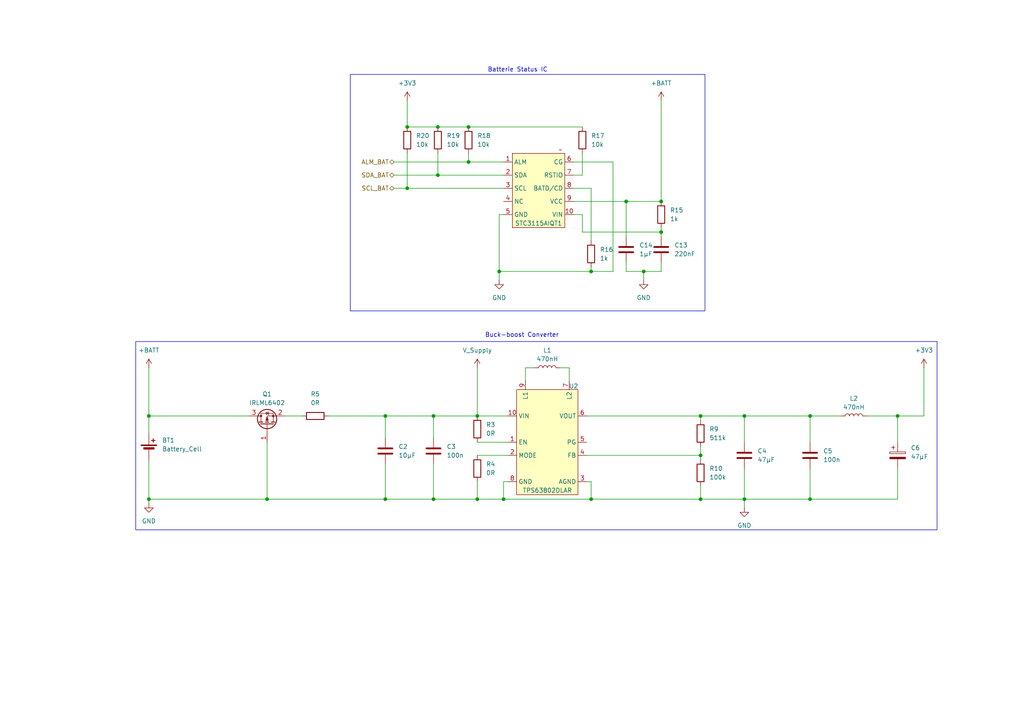
<source format=kicad_sch>
(kicad_sch (version 20231120) (generator "eeschema") (generator_version "8.0")
  (paper "A4")
  (lib_symbols
    (symbol "Battery Gauge:STC3115AIQT"
      (property "Reference" "STC3115AIQT" (at 0 -10.16 0))
      (property "Value" "~" (at 6.35 11.176 0))
      (property "Description" "STC3115AIQT" (at 0.254 -15.494 0))
      (symbol "STC3115AIQT_1_1"
        (rectangle (start -7.62 10.16) (end 7.62 -11.43) (fill (type background)))
        (pin output line (at -10.16 7.62 0) (length 2.54) (name "ALM") (number "1"))
        (pin input line (at 10.16 -7.62 180) (length 2.54) (name "VIN") (number "10"))
        (pin bidirectional line (at -10.16 3.81 0) (length 2.54) (name "SDA") (number "2"))
        (pin bidirectional line (at -10.16 0 0) (length 2.54) (name "SCL") (number "3"))
        (pin input line (at -10.16 -3.81 0) (length 2.54) (name "NC") (number "4"))
        (pin power_in line (at -10.16 -7.62 0) (length 2.54) (name "GND") (number "5"))
        (pin input line (at 10.16 7.62 180) (length 2.54) (name "CG") (number "6"))
        (pin bidirectional line (at 10.16 3.81 180) (length 2.54) (name "RSTIO") (number "7"))
        (pin bidirectional line (at 10.16 0 180) (length 2.54) (name "BATD/CD") (number "8"))
        (pin power_in line (at 10.16 -3.81 180) (length 2.54) (name "VCC") (number "9"))
      )
    )
    (symbol "Buck-boost Converter:TPS63802DLAR"
      (property "Reference" "U" (at 2.54 12.7 0))
      (property "Value" "TPS63802DLAR" (at 0 -20.574 0))
      (symbol "TPS63802DLAR_0_1"
        (rectangle (start -6.35 -15.24) (end -6.35 -15.24))
      )
      (symbol "TPS63802DLAR_1_1"
        (rectangle (start -8.89 11.43) (end 8.89 -19.05) (fill (type background)))
        (pin input line (at -11.43 -3.81 0) (length 2.54) (name "EN") (number "1"))
        (pin power_in line (at -11.43 3.81 0) (length 2.54) (name "VIN") (number "10"))
        (pin input line (at -11.43 -7.62 0) (length 2.54) (name "MODE") (number "2"))
        (pin power_in line (at 11.43 -15.24 180) (length 2.54) (name "AGND") (number "3"))
        (pin input line (at 11.43 -7.62 180) (length 2.54) (name "FB") (number "4"))
        (pin output line (at 11.43 -3.81 180) (length 2.54) (name "PG") (number "5"))
        (pin output line (at 11.43 3.81 180) (length 2.54) (name "VOUT") (number "6"))
        (pin bidirectional line (at 6.35 13.97 270) (length 2.54) (name "L2") (number "7"))
        (pin power_in line (at -11.43 -15.24 0) (length 2.54) (name "GND") (number "8"))
        (pin bidirectional line (at -6.35 13.97 270) (length 2.54) (name "L1") (number "9"))
      )
    )
    (symbol "Device:Battery_Cell" (pin_numbers hide) (pin_names (offset 0) hide)
      (property "Reference" "BT" (at 2.54 2.54 0))
      (property "Value" "Battery_Cell" (at 2.54 0 0))
      (symbol "Battery_Cell_0_1"
        (rectangle (start -2.286 1.778) (end 2.286 1.524) (fill (type outline)))
        (rectangle (start -1.524 1.016) (end 1.524 0.508) (fill (type outline)))
        (polyline (pts (xy 0 0.762) (xy 0 0)))
        (polyline (pts (xy 0 1.778) (xy 0 2.54)))
        (polyline (pts (xy 0.762 3.048) (xy 1.778 3.048)) (stroke (width 0.254)))
        (polyline (pts (xy 1.27 3.556) (xy 1.27 2.54)) (stroke (width 0.254)))
      )
      (symbol "Battery_Cell_1_1"
        (pin passive line (at 0 5.08 270) (length 2.54) (name "+") (number "1"))
        (pin passive line (at 0 -2.54 90) (length 2.54) (name "-") (number "2"))
      )
    )
    (symbol "Device:C" (pin_numbers hide) (pin_names (offset 0.254))
      (property "Reference" "C" (at 0.635 2.54 0))
      (property "Value" "C" (at 0.635 -2.54 0))
      (symbol "C_0_1"
        (polyline (pts (xy -2.032 -0.762) (xy 2.032 -0.762)) (stroke (width 0.508)))
        (polyline (pts (xy -2.032 0.762) (xy 2.032 0.762)) (stroke (width 0.508)))
      )
      (symbol "C_1_1"
        (pin passive line (at 0 3.81 270) (length 2.794) (name "~") (number "1"))
        (pin passive line (at 0 -3.81 90) (length 2.794) (name "~") (number "2"))
      )
    )
    (symbol "Device:C_Polarized" (pin_numbers hide) (pin_names (offset 0.254))
      (property "Reference" "C" (at 0.635 2.54 0))
      (property "Value" "C_Polarized" (at 0.635 -2.54 0))
      (symbol "C_Polarized_0_1"
        (rectangle (start -2.286 0.508) (end 2.286 1.016))
        (polyline (pts (xy -1.778 2.286) (xy -0.762 2.286)))
        (polyline (pts (xy -1.27 2.794) (xy -1.27 1.778)))
        (rectangle (start 2.286 -0.508) (end -2.286 -1.016) (fill (type outline)))
      )
      (symbol "C_Polarized_1_1"
        (pin passive line (at 0 3.81 270) (length 2.794) (name "~") (number "1"))
        (pin passive line (at 0 -3.81 90) (length 2.794) (name "~") (number "2"))
      )
    )
    (symbol "Device:L" (pin_numbers hide) (pin_names (offset 1.016) hide)
      (property "Reference" "L" (at -1.27 0 90))
      (property "Value" "L" (at 1.905 0 90))
      (symbol "L_0_1"
        (arc (start 0 -2.54) (mid 0.6323 -1.905) (end 0 -1.27))
        (arc (start 0 -1.27) (mid 0.6323 -0.635) (end 0 0))
        (arc (start 0 0) (mid 0.6323 0.635) (end 0 1.27))
        (arc (start 0 1.27) (mid 0.6323 1.905) (end 0 2.54))
      )
      (symbol "L_1_1"
        (pin passive line (at 0 3.81 270) (length 1.27) (name "1") (number "1"))
        (pin passive line (at 0 -3.81 90) (length 1.27) (name "2") (number "2"))
      )
    )
    (symbol "Device:R" (pin_numbers hide) (pin_names (offset 0))
      (property "Reference" "R" (at 2.032 0 90))
      (property "Value" "R" (at 0 0 90))
      (symbol "R_0_1"
        (rectangle (start -1.016 -2.54) (end 1.016 2.54) (stroke (width 0.254)))
      )
      (symbol "R_1_1"
        (pin passive line (at 0 3.81 270) (length 1.27) (name "~") (number "1"))
        (pin passive line (at 0 -3.81 90) (length 1.27) (name "~") (number "2"))
      )
    )
    (symbol "Transistor_FET:IRLML6402" (pin_names hide)
      (property "Reference" "Q" (at 5.08 1.905 0))
      (property "Value" "IRLML6402" (at 5.08 0 0))
      (symbol "IRLML6402_0_1"
        (polyline (pts (xy 0.254 0) (xy -2.54 0)))
        (polyline (pts (xy 0.254 1.905) (xy 0.254 -1.905)) (stroke (width 0.254)))
        (polyline (pts (xy 0.762 -1.27) (xy 0.762 -2.286)) (stroke (width 0.254)))
        (polyline (pts (xy 0.762 0.508) (xy 0.762 -0.508)) (stroke (width 0.254)))
        (polyline (pts (xy 0.762 2.286) (xy 0.762 1.27)) (stroke (width 0.254)))
        (polyline (pts (xy 2.54 2.54) (xy 2.54 1.778)))
        (polyline (pts (xy 2.54 -2.54) (xy 2.54 0) (xy 0.762 0)))
        (polyline (pts (xy 0.762 1.778) (xy 3.302 1.778) (xy 3.302 -1.778) (xy 0.762 -1.778)))
        (polyline (pts (xy 2.286 0) (xy 1.27 0.381) (xy 1.27 -0.381) (xy 2.286 0)) (fill (type outline)))
        (polyline (pts (xy 2.794 -0.508) (xy 2.921 -0.381) (xy 3.683 -0.381) (xy 3.81 -0.254)))
        (polyline (pts (xy 3.302 -0.381) (xy 2.921 0.254) (xy 3.683 0.254) (xy 3.302 -0.381)))
        (circle (center 1.651 0) (radius 2.794) (stroke (width 0.254)))
        (circle (center 2.54 -1.778) (radius 0.254) (fill (type outline)))
        (circle (center 2.54 1.778) (radius 0.254) (fill (type outline)))
      )
      (symbol "IRLML6402_1_1"
        (pin input line (at -5.08 0 0) (length 2.54) (name "G") (number "1"))
        (pin passive line (at 2.54 -5.08 90) (length 2.54) (name "S") (number "2"))
        (pin passive line (at 2.54 5.08 270) (length 2.54) (name "D") (number "3"))
      )
    )
    (symbol "power:+3V3" (power) (pin_numbers hide) (pin_names (offset 0) hide)
      (property "Value" "+3V3" (at 0 3.556 0))
      (symbol "+3V3_0_1"
        (polyline (pts (xy -0.762 1.27) (xy 0 2.54)))
        (polyline (pts (xy 0 0) (xy 0 2.54)))
        (polyline (pts (xy 0 2.54) (xy 0.762 1.27)))
      )
      (symbol "+3V3_1_1"
        (pin power_in line (at 0 0 90) (length 0) (name "~") (number "1"))
      )
    )
    (symbol "power:+BATT" (power) (pin_numbers hide) (pin_names (offset 0) hide)
      (property "Value" "+BATT" (at 0 3.556 0))
      (symbol "+BATT_0_1"
        (polyline (pts (xy -0.762 1.27) (xy 0 2.54)))
        (polyline (pts (xy 0 0) (xy 0 2.54)))
        (polyline (pts (xy 0 2.54) (xy 0.762 1.27)))
      )
      (symbol "+BATT_1_1"
        (pin power_in line (at 0 0 90) (length 0) (name "~") (number "1"))
      )
    )
    (symbol "power:GND" (power) (pin_numbers hide) (pin_names (offset 0) hide)
      (property "Value" "GND" (at 0 -3.81 0))
      (symbol "GND_0_1"
        (polyline (pts (xy 0 0) (xy 0 -1.27) (xy 1.27 -1.27) (xy 0 -2.54) (xy -1.27 -1.27) (xy 0 -1.27)))
      )
      (symbol "GND_1_1"
        (pin power_in line (at 0 0 270) (length 0) (name "~") (number "1"))
      )
    )
    (symbol "power:VDC" (power) (pin_numbers hide) (pin_names (offset 0) hide)
      (property "Value" "VDC" (at 0 3.556 0))
      (symbol "VDC_0_1"
        (polyline (pts (xy -0.762 1.27) (xy 0 2.54)))
        (polyline (pts (xy 0 0) (xy 0 2.54)))
        (polyline (pts (xy 0 2.54) (xy 0.762 1.27)))
      )
      (symbol "VDC_1_1"
        (pin power_in line (at 0 0 90) (length 0) (name "~") (number "1"))
      )
    )
  )
  (junction (at 181.61 58.42))
  (junction (at 43.18 120.65))
  (junction (at 203.2 120.65))
  (junction (at 138.43 120.65))
  (junction (at 186.69 78.74))
  (junction (at 111.76 120.65))
  (junction (at 171.45 78.74))
  (junction (at 127 36.83))
  (junction (at 118.11 54.61))
  (junction (at 191.77 58.42))
  (junction (at 127 50.8))
  (junction (at 118.11 36.83))
  (junction (at 171.45 144.78))
  (junction (at 203.2 132.08))
  (junction (at 135.89 46.99))
  (junction (at 234.95 120.65))
  (junction (at 146.05 144.78))
  (junction (at 43.18 144.78))
  (junction (at 125.73 120.65))
  (junction (at 203.2 144.78))
  (junction (at 191.77 67.31))
  (junction (at 144.78 78.74))
  (junction (at 234.95 144.78))
  (junction (at 260.35 120.65))
  (junction (at 215.9 120.65))
  (junction (at 135.89 36.83))
  (junction (at 111.76 144.78))
  (junction (at 215.9 144.78))
  (junction (at 125.73 144.78))
  (junction (at 77.47 144.78))
  (junction (at 138.43 144.78))
  (wire (pts (xy 203.2 120.65) (xy 215.9 120.65)))
  (wire (pts (xy 125.73 144.78) (xy 111.76 144.78)))
  (wire (pts (xy 125.73 120.65) (xy 125.73 127)))
  (wire (pts (xy 215.9 144.78) (xy 234.95 144.78)))
  (wire (pts (xy 234.95 144.78) (xy 260.35 144.78)))
  (wire (pts (xy 251.46 120.65) (xy 260.35 120.65)))
  (wire (pts (xy 43.18 133.35) (xy 43.18 144.78)))
  (wire (pts (xy 191.77 67.31) (xy 168.91 67.31)))
  (wire (pts (xy 146.05 144.78) (xy 171.45 144.78)))
  (wire (pts (xy 260.35 144.78) (xy 260.35 135.89)))
  (wire (pts (xy 114.3 54.61) (xy 118.11 54.61)))
  (wire (pts (xy 267.97 106.68) (xy 267.97 120.65)))
  (wire (pts (xy 144.78 62.23) (xy 144.78 78.74)))
  (wire (pts (xy 177.8 78.74) (xy 171.45 78.74)))
  (wire (pts (xy 43.18 120.65) (xy 72.39 120.65)))
  (wire (pts (xy 177.8 46.99) (xy 177.8 78.74)))
  (wire (pts (xy 82.55 120.65) (xy 87.63 120.65)))
  (wire (pts (xy 186.69 78.74) (xy 186.69 81.28)))
  (wire (pts (xy 146.05 139.7) (xy 146.05 144.78)))
  (wire (pts (xy 77.47 128.27) (xy 77.47 144.78)))
  (wire (pts (xy 234.95 128.27) (xy 234.95 120.65)))
  (wire (pts (xy 118.11 36.83) (xy 127 36.83)))
  (wire (pts (xy 135.89 44.45) (xy 135.89 46.99)))
  (wire (pts (xy 191.77 66.04) (xy 191.77 67.31)))
  (wire (pts (xy 166.37 46.99) (xy 177.8 46.99)))
  (wire (pts (xy 191.77 76.2) (xy 191.77 78.74)))
  (wire (pts (xy 171.45 69.85) (xy 171.45 54.61)))
  (wire (pts (xy 181.61 58.42) (xy 191.77 58.42)))
  (wire (pts (xy 111.76 120.65) (xy 111.76 127)))
  (wire (pts (xy 203.2 144.78) (xy 215.9 144.78)))
  (wire (pts (xy 260.35 120.65) (xy 260.35 128.27)))
  (wire (pts (xy 111.76 134.62) (xy 111.76 144.78)))
  (wire (pts (xy 118.11 54.61) (xy 146.05 54.61)))
  (wire (pts (xy 138.43 144.78) (xy 146.05 144.78)))
  (wire (pts (xy 127 50.8) (xy 146.05 50.8)))
  (wire (pts (xy 111.76 144.78) (xy 77.47 144.78)))
  (wire (pts (xy 125.73 134.62) (xy 125.73 144.78)))
  (wire (pts (xy 171.45 139.7) (xy 171.45 144.78)))
  (wire (pts (xy 111.76 120.65) (xy 125.73 120.65)))
  (wire (pts (xy 166.37 54.61) (xy 171.45 54.61)))
  (wire (pts (xy 191.77 67.31) (xy 191.77 68.58)))
  (wire (pts (xy 171.45 77.47) (xy 171.45 78.74)))
  (wire (pts (xy 95.25 120.65) (xy 111.76 120.65)))
  (wire (pts (xy 170.18 139.7) (xy 171.45 139.7)))
  (wire (pts (xy 168.91 44.45) (xy 168.91 50.8)))
  (wire (pts (xy 191.77 29.21) (xy 191.77 58.42)))
  (wire (pts (xy 147.32 139.7) (xy 146.05 139.7)))
  (wire (pts (xy 43.18 120.65) (xy 43.18 125.73)))
  (wire (pts (xy 146.05 62.23) (xy 144.78 62.23)))
  (wire (pts (xy 125.73 120.65) (xy 138.43 120.65)))
  (wire (pts (xy 144.78 78.74) (xy 144.78 81.28)))
  (wire (pts (xy 215.9 144.78) (xy 215.9 135.89)))
  (wire (pts (xy 203.2 140.97) (xy 203.2 144.78)))
  (wire (pts (xy 215.9 144.78) (xy 215.9 147.32)))
  (wire (pts (xy 138.43 132.08) (xy 147.32 132.08)))
  (wire (pts (xy 144.78 78.74) (xy 171.45 78.74)))
  (wire (pts (xy 181.61 76.2) (xy 181.61 78.74)))
  (wire (pts (xy 186.69 78.74) (xy 191.77 78.74)))
  (wire (pts (xy 170.18 132.08) (xy 203.2 132.08)))
  (wire (pts (xy 181.61 78.74) (xy 186.69 78.74)))
  (wire (pts (xy 135.89 46.99) (xy 146.05 46.99)))
  (wire (pts (xy 127 44.45) (xy 127 50.8)))
  (wire (pts (xy 234.95 144.78) (xy 234.95 135.89)))
  (wire (pts (xy 135.89 36.83) (xy 168.91 36.83)))
  (wire (pts (xy 43.18 144.78) (xy 43.18 146.05)))
  (wire (pts (xy 138.43 128.27) (xy 147.32 128.27)))
  (wire (pts (xy 168.91 67.31) (xy 168.91 62.23)))
  (wire (pts (xy 166.37 50.8) (xy 168.91 50.8)))
  (wire (pts (xy 171.45 144.78) (xy 203.2 144.78)))
  (wire (pts (xy 166.37 58.42) (xy 181.61 58.42)))
  (wire (pts (xy 118.11 29.21) (xy 118.11 36.83)))
  (wire (pts (xy 114.3 50.8) (xy 127 50.8)))
  (wire (pts (xy 77.47 144.78) (xy 43.18 144.78)))
  (wire (pts (xy 118.11 44.45) (xy 118.11 54.61)))
  (wire (pts (xy 203.2 132.08) (xy 203.2 133.35)))
  (wire (pts (xy 138.43 139.7) (xy 138.43 144.78)))
  (wire (pts (xy 203.2 129.54) (xy 203.2 132.08)))
  (wire (pts (xy 170.18 120.65) (xy 203.2 120.65)))
  (wire (pts (xy 215.9 120.65) (xy 234.95 120.65)))
  (wire (pts (xy 152.4 110.49) (xy 152.4 106.68)))
  (wire (pts (xy 234.95 120.65) (xy 243.84 120.65)))
  (wire (pts (xy 138.43 106.68) (xy 138.43 120.65)))
  (wire (pts (xy 215.9 128.27) (xy 215.9 120.65)))
  (wire (pts (xy 165.1 106.68) (xy 165.1 110.49)))
  (wire (pts (xy 114.3 46.99) (xy 135.89 46.99)))
  (wire (pts (xy 260.35 120.65) (xy 267.97 120.65)))
  (wire (pts (xy 166.37 62.23) (xy 168.91 62.23)))
  (wire (pts (xy 162.56 106.68) (xy 165.1 106.68)))
  (wire (pts (xy 181.61 58.42) (xy 181.61 68.58)))
  (wire (pts (xy 125.73 144.78) (xy 138.43 144.78)))
  (wire (pts (xy 138.43 120.65) (xy 147.32 120.65)))
  (wire (pts (xy 203.2 121.92) (xy 203.2 120.65)))
  (wire (pts (xy 127 36.83) (xy 135.89 36.83)))
  (wire (pts (xy 152.4 106.68) (xy 154.94 106.68)))
  (wire (pts (xy 43.18 106.68) (xy 43.18 120.65)))
  (rectangle (start 39.37 99.06) (end 271.78 153.67))
  (rectangle (start 101.6 21.59) (end 204.47 90.17))
  (text "Batterie Status IC \n" (at 150.622 20.32 0) (effects (font (size 1.27 1.27))))
  (text "Buck-boost Converter\n" (at 151.384 97.282 0) (effects (font (size 1.27 1.27))))
  (hierarchical_label "SCL_BAT" (shape bidirectional) (at 114.3 54.61 180))
  (hierarchical_label "SDA_BAT" (shape bidirectional) (at 114.3 50.8 180))
  (hierarchical_label "ALM_BAT" (shape bidirectional) (at 114.3 46.99 180))
  (symbol (lib_id "power:+3V3") (at 118.11 29.21 0) (unit 1)
    (property "Reference" "#PWR03" (effects (hide yes)))
    (property "Value" "+3V3" (at 118.11 24.13 0))
    (property "Description" "Power symbol creates a global label with name \"+3V3\"" (effects (hide yes)))
  )
  (symbol (lib_id "Device:Battery_Cell") (at 43.18 130.81 0) (unit 1)
    (property "Reference" "BT1" (at 46.99 127.6984 0) (effects (justify left)))
    (property "Value" "Battery_Cell" (at 46.99 130.2384 0) (effects (justify left)))
    (property "Footprint" "Battery:BatteryHolder_Keystone_1042_1x18650" (effects (hide yes)))
    (property "Description" "Single-cell battery" (effects (hide yes)))
  )
  (symbol (lib_id "Device:R") (at 118.11 40.64 0) (unit 1)
    (property "Reference" "R20" (at 120.65 39.3699 0) (effects (justify left)))
    (property "Value" "10k" (at 120.65 41.9099 0) (effects (justify left)))
    (property "Footprint" "Resistor_SMD:R_0805_2012Metric" (effects (hide yes)))
    (property "Description" "Resistor" (effects (hide yes)))
  )
  (symbol (lib_id "Device:R") (at 138.43 135.89 0) (unit 1)
    (property "Reference" "R4" (at 140.97 134.6199 0) (effects (justify left)))
    (property "Value" "0R" (at 140.97 137.1599 0) (effects (justify left)))
    (property "Footprint" "Resistor_SMD:R_0805_2012Metric" (effects (hide yes)))
    (property "Description" "Resistor" (effects (hide yes)))
  )
  (symbol (lib_id "power:+BATT") (at 191.77 29.21 0) (unit 1)
    (property "Reference" "#PWR07" (effects (hide yes)))
    (property "Value" "+BATT" (at 191.77 24.13 0))
    (property "Description" "Power symbol creates a global label with name \"+BATT\"" (effects (hide yes)))
  )
  (symbol (lib_id "Device:R") (at 127 40.64 0) (unit 1)
    (property "Reference" "R19" (at 129.54 39.3699 0) (effects (justify left)))
    (property "Value" "10k" (at 129.54 41.9099 0) (effects (justify left)))
    (property "Footprint" "Resistor_SMD:R_0805_2012Metric" (effects (hide yes)))
    (property "Description" "Resistor" (effects (hide yes)))
  )
  (symbol (lib_id "Device:C") (at 234.95 132.08 0) (unit 1)
    (property "Reference" "C5" (at 238.76 130.8099 0) (effects (justify left)))
    (property "Value" "100n" (at 238.76 133.3499 0) (effects (justify left)))
    (property "Footprint" "Capacitor_SMD:C_0805_2012Metric" (effects (hide yes)))
    (property "Description" "Unpolarized capacitor" (effects (hide yes)))
  )
  (symbol (lib_id "Device:R") (at 138.43 124.46 0) (unit 1)
    (property "Reference" "R3" (at 140.97 123.1899 0) (effects (justify left)))
    (property "Value" "0R" (at 140.97 125.7299 0) (effects (justify left)))
    (property "Footprint" "Resistor_SMD:R_0805_2012Metric" (effects (hide yes)))
    (property "Description" "Resistor" (effects (hide yes)))
  )
  (symbol (lib_id "Device:R") (at 91.44 120.65 270) (unit 1)
    (property "Reference" "R5" (at 91.44 114.3 90))
    (property "Value" "0R" (at 91.44 116.84 90))
    (property "Footprint" "Resistor_SMD:R_0805_2012Metric" (effects (hide yes)))
    (property "Description" "Resistor" (effects (hide yes)))
  )
  (symbol (lib_id "Device:R") (at 203.2 137.16 0) (unit 1)
    (property "Reference" "R10" (at 205.74 135.8899 0) (effects (justify left)))
    (property "Value" "100k" (at 205.74 138.4299 0) (effects (justify left)))
    (property "Footprint" "Resistor_SMD:R_0805_2012Metric" (effects (hide yes)))
    (property "Description" "Resistor" (effects (hide yes)))
  )
  (symbol (lib_id "power:+3V3") (at 267.97 106.68 0) (unit 1)
    (property "Reference" "#PWR010" (effects (hide yes)))
    (property "Value" "+3V3" (at 267.97 101.6 0))
    (property "Description" "Power symbol creates a global label with name \"+3V3\"" (effects (hide yes)))
  )
  (symbol (lib_id "Device:C") (at 125.73 130.81 0) (unit 1)
    (property "Reference" "C3" (at 129.54 129.5399 0) (effects (justify left)))
    (property "Value" "100n" (at 129.54 132.0799 0) (effects (justify left)))
    (property "Footprint" "Capacitor_SMD:C_0805_2012Metric" (effects (hide yes)))
    (property "Description" "Unpolarized capacitor" (effects (hide yes)))
  )
  (symbol (lib_id "Device:L") (at 247.65 120.65 90) (unit 1)
    (property "Reference" "L2" (at 247.65 115.57 90))
    (property "Value" "470nH" (at 247.65 118.11 90))
    (property "Footprint" "Diode_SMD:D_0201_0603Metric" (effects (hide yes)))
    (property "Description" "Inductor" (effects (hide yes)))
  )
  (symbol (lib_id "Buck-boost Converter:TPS63802DLAR") (at 158.75 124.46 0) (unit 1)
    (property "Reference" "U2" (at 166.37 112.014 0))
    (property "Value" "TPS63802DLAR" (at 158.75 142.24 0))
    (property "Footprint" "Buck-boost Converter:DLA0010A" (effects (hide yes)))
    (property "Description" "TPS63802 2-A, High-efficient, Low IQ Buck-boost Converter in DFN Package" (effects (hide yes)))
  )
  (symbol (lib_id "Device:C") (at 111.76 130.81 0) (unit 1)
    (property "Reference" "C2" (at 115.57 129.5399 0) (effects (justify left)))
    (property "Value" "10µF" (at 115.57 132.0799 0) (effects (justify left)))
    (property "Footprint" "Capacitor_SMD:C_0805_2012Metric" (effects (hide yes)))
    (property "Description" "Unpolarized capacitor" (effects (hide yes)))
  )
  (symbol (lib_id "power:VDC") (at 138.43 106.68 0) (unit 1)
    (property "Reference" "#PWR04" (effects (hide yes)))
    (property "Value" "V_Supply" (at 138.43 101.6 0))
    (property "Description" "Power symbol creates a global label with name \"VDC\"" (effects (hide yes)))
  )
  (symbol (lib_id "Battery Gauge:STC3115AIQT") (at 156.21 54.61 0) (unit 1)
    (property "Reference" "STC3115AIQT1" (at 156.21 64.77 0))
    (property "Value" "~" (at 162.56 43.434 0))
    (property "Footprint" "Package_DFN_QFN:DFN-10-1EP_2x3mm_P0.5mm_EP0.64x2.4mm" (effects (hide yes)))
    (property "Description" "STC3115AIQT" (effects (hide yes)))
  )
  (symbol (lib_id "Device:R") (at 135.89 40.64 0) (unit 1)
    (property "Reference" "R18" (at 138.43 39.3699 0) (effects (justify left)))
    (property "Value" "10k" (at 138.43 41.9099 0) (effects (justify left)))
    (property "Footprint" "Resistor_SMD:R_0805_2012Metric" (effects (hide yes)))
    (property "Description" "Resistor" (effects (hide yes)))
  )
  (symbol (lib_id "Device:C") (at 215.9 132.08 0) (unit 1)
    (property "Reference" "C4" (at 219.71 130.8099 0) (effects (justify left)))
    (property "Value" "47µF" (at 219.71 133.3499 0) (effects (justify left)))
    (property "Footprint" "Capacitor_SMD:C_1206_3216Metric" (effects (hide yes)))
    (property "Description" "Unpolarized capacitor" (effects (hide yes)))
  )
  (symbol (lib_id "Device:L") (at 158.75 106.68 90) (unit 1)
    (property "Reference" "L1" (at 158.75 101.6 90))
    (property "Value" "470nH" (at 158.75 104.14 90))
    (property "Footprint" "Inductor_SMD:L_Taiyo-Yuden_MD-4040" (effects (hide yes)))
    (property "Description" "Inductor" (effects (hide yes)))
  )
  (symbol (lib_id "Transistor_FET:IRLML6402") (at 77.47 123.19 90) (unit 1)
    (property "Reference" "Q1" (at 77.47 114.3 90))
    (property "Value" "IRLML6402" (at 77.47 116.84 90))
    (property "Footprint" "Package_TO_SOT_SMD:SOT-23" (effects (hide yes)))
    (property "Datasheet" "https://www.infineon.com/dgdl/irlml6402pbf.pdf?fileId=5546d462533600a401535668d5c2263c" (effects (hide yes)))
    (property "Description" "-3.7A Id, -20V Vds, 65mOhm Rds, P-Channel HEXFET Power MOSFET, SOT-23" (effects (hide yes)))
  )
  (symbol (lib_id "power:GND") (at 43.18 146.05 0) (unit 1)
    (property "Reference" "#PWR02" (effects (hide yes)))
    (property "Value" "GND" (at 43.18 151.13 0))
    (property "Description" "Power symbol creates a global label with name \"GND\" , ground" (effects (hide yes)))
  )
  (symbol (lib_id "Device:C") (at 181.61 72.39 0) (unit 1)
    (property "Reference" "C14" (at 185.42 71.1199 0) (effects (justify left)))
    (property "Value" "1µF" (at 185.42 73.6599 0) (effects (justify left)))
    (property "Footprint" "Capacitor_SMD:C_0805_2012Metric" (effects (hide yes)))
    (property "Description" "Unpolarized capacitor" (effects (hide yes)))
  )
  (symbol (lib_id "Device:C") (at 191.77 72.39 0) (unit 1)
    (property "Reference" "C13" (at 195.58 71.1199 0) (effects (justify left)))
    (property "Value" "220nF" (at 195.58 73.6599 0) (effects (justify left)))
    (property "Footprint" "Capacitor_SMD:C_0805_2012Metric" (effects (hide yes)))
    (property "Description" "Unpolarized capacitor" (effects (hide yes)))
  )
  (symbol (lib_id "Device:R") (at 191.77 62.23 0) (unit 1)
    (property "Reference" "R15" (at 194.31 60.9599 0) (effects (justify left)))
    (property "Value" "1k" (at 194.31 63.4999 0) (effects (justify left)))
    (property "Footprint" "Resistor_SMD:R_0805_2012Metric" (effects (hide yes)))
    (property "Description" "Resistor" (effects (hide yes)))
  )
  (symbol (lib_id "Device:R") (at 203.2 125.73 0) (unit 1)
    (property "Reference" "R9" (at 205.74 124.4599 0) (effects (justify left)))
    (property "Value" "511k" (at 205.74 126.9999 0) (effects (justify left)))
    (property "Footprint" "Resistor_SMD:R_0805_2012Metric" (effects (hide yes)))
    (property "Description" "Resistor" (effects (hide yes)))
  )
  (symbol (lib_id "power:GND") (at 144.78 81.28 0) (unit 1)
    (property "Reference" "#PWR05" (effects (hide yes)))
    (property "Value" "GND" (at 144.78 86.36 0))
    (property "Description" "Power symbol creates a global label with name \"GND\" , ground" (effects (hide yes)))
  )
  (symbol (lib_id "Device:R") (at 168.91 40.64 0) (unit 1)
    (property "Reference" "R17" (at 171.45 39.3699 0) (effects (justify left)))
    (property "Value" "10k" (at 171.45 41.9099 0) (effects (justify left)))
    (property "Footprint" "Resistor_SMD:R_0805_2012Metric" (effects (hide yes)))
    (property "Description" "Resistor" (effects (hide yes)))
  )
  (symbol (lib_id "Device:R") (at 171.45 73.66 180) (unit 1)
    (property "Reference" "R16" (at 173.99 72.3899 0) (effects (justify right)))
    (property "Value" "1k" (at 173.99 74.9299 0) (effects (justify right)))
    (property "Footprint" "Resistor_SMD:R_0805_2012Metric" (effects (hide yes)))
    (property "Description" "Resistor" (effects (hide yes)))
  )
  (symbol (lib_id "power:+BATT") (at 43.18 106.68 0) (unit 1)
    (property "Reference" "#PWR01" (effects (hide yes)))
    (property "Value" "+BATT" (at 43.18 101.6 0))
    (property "Description" "Power symbol creates a global label with name \"+BATT\"" (effects (hide yes)))
  )
  (symbol (lib_id "Device:C_Polarized") (at 260.35 132.08 0) (unit 1)
    (property "Reference" "C6" (at 264.16 129.9209 0) (effects (justify left)))
    (property "Value" "47µF" (at 264.16 132.4609 0) (effects (justify left)))
    (property "Footprint" "Capacitor_SMD:C_1206_3216Metric" (effects (hide yes)))
    (property "Description" "Polarized capacitor" (effects (hide yes)))
  )
  (symbol (lib_id "power:GND") (at 186.69 81.28 0) (unit 1)
    (property "Reference" "#PWR06" (effects (hide yes)))
    (property "Value" "GND" (at 186.69 86.36 0))
    (property "Description" "Power symbol creates a global label with name \"GND\" , ground" (effects (hide yes)))
  )
  (symbol (lib_id "power:GND") (at 215.9 147.32 0) (unit 1)
    (property "Reference" "#PWR08" (effects (hide yes)))
    (property "Value" "GND" (at 215.9 152.4 0))
    (property "Description" "Power symbol creates a global label with name \"GND\" , ground" (effects (hide yes)))
  )
)
</source>
